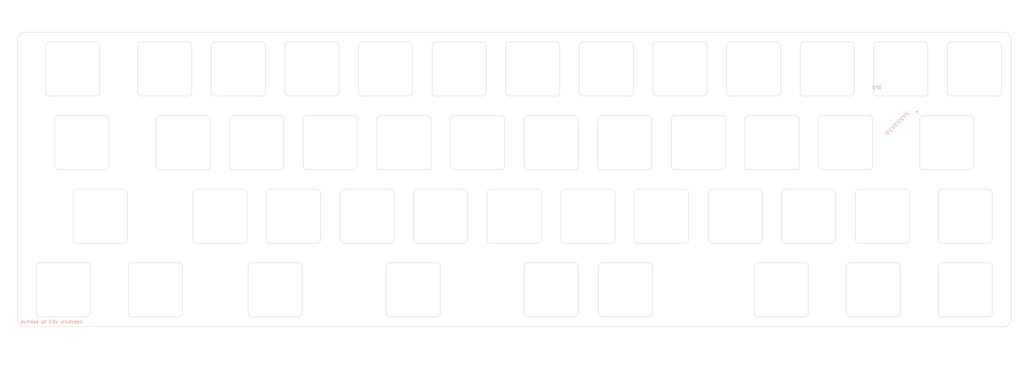
<source format=kicad_pcb>
(kicad_pcb (version 20221018) (generator pcbnew)
  (title_block (title "capybully") (date "2023-07-18"))
  (layers (0 "F.Cu" signal) (31 "B.Cu" signal) (34 "B.Paste" user) (35 "F.Paste" user) (36 "B.SilkS" user "B.Silkscreen") (37 "F.SilkS" user "F.Silkscreen") (38 "B.Mask" user) (39 "F.Mask" user) (44 "Edge.Cuts" user))
  (net 0 "")
  (footprint "capacitive_sensors:ecs_plate_cut_1U_14x14mm" (layer "F.Cu") (at 100.32625 82.1725)
    (fp_text reference "SW18")
    (fp_text value "EC_SW" hide)
    (fp_line (start -7 6) (end -7 -6) (stroke (width 0.1)) (layer "Edge.Cuts"))
    (fp_line (start -6 -7) (end 6 -7) (stroke (width 0.1)) (layer "Edge.Cuts"))
    (fp_line (start 6 7) (end -6 7) (stroke (width 0.1)) (layer "Edge.Cuts"))
    (fp_line (start 7 -6) (end 7 6) (stroke (width 0.1)) (layer "Edge.Cuts"))
    (fp_arc (start -7 -6) (mid -6.707107 -6.707107) (end -6 -7) (stroke (width 0.1)) (layer "Edge.Cuts"))
    (fp_arc (start -6 7) (mid -6.707107 6.707107) (end -7 6) (stroke (width 0.1)) (layer "Edge.Cuts"))
    (fp_arc (start 6 -7) (mid 6.707107 -6.707107) (end 7 -6) (stroke (width 0.1)) (layer "Edge.Cuts"))
    (fp_arc (start 7 6) (mid 6.707107 6.707107) (end 6 7) (stroke (width 0.1)) (layer "Edge.Cuts"))
  )
  (footprint "capacitive_sensors:ecs_plate_cut_1U_14x14mm" (layer "F.Cu") (at 138.42625 82.1725)
    (fp_text reference "SW20")
    (fp_text value "EC_SW" hide)
    (fp_line (start -7 6) (end -7 -6) (stroke (width 0.1)) (layer "Edge.Cuts"))
    (fp_line (start -6 -7) (end 6 -7) (stroke (width 0.1)) (layer "Edge.Cuts"))
    (fp_line (start 6 7) (end -6 7) (stroke (width 0.1)) (layer "Edge.Cuts"))
    (fp_line (start 7 -6) (end 7 6) (stroke (width 0.1)) (layer "Edge.Cuts"))
    (fp_arc (start -7 -6) (mid -6.707107 -6.707107) (end -6 -7) (stroke (width 0.1)) (layer "Edge.Cuts"))
    (fp_arc (start -6 7) (mid -6.707107 6.707107) (end -7 6) (stroke (width 0.1)) (layer "Edge.Cuts"))
    (fp_arc (start 6 -7) (mid 6.707107 -6.707107) (end 7 -6) (stroke (width 0.1)) (layer "Edge.Cuts"))
    (fp_arc (start 7 6) (mid 6.707107 6.707107) (end 6 7) (stroke (width 0.1)) (layer "Edge.Cuts"))
  )
  (footprint "MountingHole:MountingHole_2.2mm_M2_DIN965" (layer "F.Cu") (at 224.15125 82.1725)
    (fp_text reference "H21" hide)
    (fp_text value "MountingHole")
    (pad "" np_thru_hole circle (at 0 0) (size 2.2 2.2) (drill 2.2) (layers "*.Cu" "*.Mask"))
  )
  (footprint "capacitive_sensors:ecs_plate_cut_1U_14x14mm" (layer "F.Cu") (at 81.27625 82.1725)
    (fp_text reference "SW17")
    (fp_text value "EC_SW" hide)
    (fp_line (start -7 6) (end -7 -6) (stroke (width 0.1)) (layer "Edge.Cuts"))
    (fp_line (start -6 -7) (end 6 -7) (stroke (width 0.1)) (layer "Edge.Cuts"))
    (fp_line (start 6 7) (end -6 7) (stroke (width 0.1)) (layer "Edge.Cuts"))
    (fp_line (start 7 -6) (end 7 6) (stroke (width 0.1)) (layer "Edge.Cuts"))
    (fp_arc (start -7 -6) (mid -6.707107 -6.707107) (end -6 -7) (stroke (width 0.1)) (layer "Edge.Cuts"))
    (fp_arc (start -6 7) (mid -6.707107 6.707107) (end -7 6) (stroke (width 0.1)) (layer "Edge.Cuts"))
    (fp_arc (start 6 -7) (mid 6.707107 -6.707107) (end 7 -6) (stroke (width 0.1)) (layer "Edge.Cuts"))
    (fp_arc (start 7 6) (mid 6.707107 6.707107) (end 6 7) (stroke (width 0.1)) (layer "Edge.Cuts"))
  )
  (footprint "capacitive_sensors:ecs_plate_cut_1U_14x14mm" (layer "F.Cu") (at 247.96375 63.1225 180)
    (fp_text reference "SW12")
    (fp_text value "EC_SW" hide)
    (fp_line (start -7 6) (end -7 -6) (stroke (width 0.1)) (layer "Edge.Cuts"))
    (fp_line (start -6 -7) (end 6 -7) (stroke (width 0.1)) (layer "Edge.Cuts"))
    (fp_line (start 6 7) (end -6 7) (stroke (width 0.1)) (layer "Edge.Cuts"))
    (fp_line (start 7 -6) (end 7 6) (stroke (width 0.1)) (layer "Edge.Cuts"))
    (fp_arc (start -7 -6) (mid -6.707107 -6.707107) (end -6 -7) (stroke (width 0.1)) (layer "Edge.Cuts"))
    (fp_arc (start -6 7) (mid -6.707107 6.707107) (end -7 6) (stroke (width 0.1)) (layer "Edge.Cuts"))
    (fp_arc (start 6 -7) (mid 6.707107 -6.707107) (end 7 -6) (stroke (width 0.1)) (layer "Edge.Cuts"))
    (fp_arc (start 7 6) (mid 6.707107 6.707107) (end 6 7) (stroke (width 0.1)) (layer "Edge.Cuts"))
  )
  (footprint "capacitive_sensors:ecs_plate_cut_1U_14x14mm" (layer "F.Cu") (at 95.56375 63.1225)
    (fp_text reference "SW4")
    (fp_text value "EC_SW" hide)
    (fp_line (start -7 6) (end -7 -6) (stroke (width 0.1)) (layer "Edge.Cuts"))
    (fp_line (start -6 -7) (end 6 -7) (stroke (width 0.1)) (layer "Edge.Cuts"))
    (fp_line (start 6 7) (end -6 7) (stroke (width 0.1)) (layer "Edge.Cuts"))
    (fp_line (start 7 -6) (end 7 6) (stroke (width 0.1)) (layer "Edge.Cuts"))
    (fp_arc (start -7 -6) (mid -6.707107 -6.707107) (end -6 -7) (stroke (width 0.1)) (layer "Edge.Cuts"))
    (fp_arc (start -6 7) (mid -6.707107 6.707107) (end -7 6) (stroke (width 0.1)) (layer "Edge.Cuts"))
    (fp_arc (start 6 -7) (mid 6.707107 -6.707107) (end 7 -6) (stroke (width 0.1)) (layer "Edge.Cuts"))
    (fp_arc (start 7 6) (mid 6.707107 6.707107) (end 6 7) (stroke (width 0.1)) (layer "Edge.Cuts"))
  )
  (footprint "MountingHole:MountingHole_2.2mm_M2_DIN965" (layer "F.Cu") (at 44.366875 120.2725)
    (fp_text reference "H14" hide)
    (fp_text value "MountingHole")
    (pad "" np_thru_hole circle (at 0 0) (size 2.2 2.2) (drill 2.2) (layers "*.Cu" "*.Mask"))
  )
  (footprint "capacitive_sensors:ecs_plate_cut_1U_14x14mm" (layer "F.Cu") (at 109.85125 101.2225)
    (fp_text reference "SW30")
    (fp_text value "EC_SW" hide)
    (fp_line (start -7 6) (end -7 -6) (stroke (width 0.1)) (layer "Edge.Cuts"))
    (fp_line (start -6 -7) (end 6 -7) (stroke (width 0.1)) (layer "Edge.Cuts"))
    (fp_line (start 6 7) (end -6 7) (stroke (width 0.1)) (layer "Edge.Cuts"))
    (fp_line (start 7 -6) (end 7 6) (stroke (width 0.1)) (layer "Edge.Cuts"))
    (fp_arc (start -7 -6) (mid -6.707107 -6.707107) (end -6 -7) (stroke (width 0.1)) (layer "Edge.Cuts"))
    (fp_arc (start -6 7) (mid -6.707107 6.707107) (end -7 6) (stroke (width 0.1)) (layer "Edge.Cuts"))
    (fp_arc (start 6 -7) (mid 6.707107 -6.707107) (end 7 -6) (stroke (width 0.1)) (layer "Edge.Cuts"))
    (fp_arc (start 7 6) (mid 6.707107 6.707107) (end 6 7) (stroke (width 0.1)) (layer "Edge.Cuts"))
  )
  (footprint "MountingHole:MountingHole_2.2mm_M2_DIN965" (layer "F.Cu") (at 21.67 101.2225 90)
    (fp_text reference "H13" hide)
    (fp_text value "MountingHole")
    (pad "" np_thru_hole circle (at 0 0 90) (size 2.2 2.2) (drill 2.2) (layers "*.Cu" "*.Mask"))
  )
  (footprint "MountingHole:MountingHole_2.2mm_M2_DIN965" (layer "F.Cu") (at 48.745 82.1725)
    (fp_text reference "H12" hide)
    (fp_text value "MountingHole")
    (pad "" np_thru_hole circle (at 0 0) (size 2.2 2.2) (drill 2.2) (layers "*.Cu" "*.Mask"))
  )
  (footprint "capacitive_sensors:ecs_plate_cut_1U_14x14mm" (layer "F.Cu") (at 119.37625 82.1725)
    (fp_text reference "SW19")
    (fp_text value "EC_SW" hide)
    (fp_line (start -7 6) (end -7 -6) (stroke (width 0.1)) (layer "Edge.Cuts"))
    (fp_line (start -6 -7) (end 6 -7) (stroke (width 0.1)) (layer "Edge.Cuts"))
    (fp_line (start 6 7) (end -6 7) (stroke (width 0.1)) (layer "Edge.Cuts"))
    (fp_line (start 7 -6) (end 7 6) (stroke (width 0.1)) (layer "Edge.Cuts"))
    (fp_arc (start -7 -6) (mid -6.707107 -6.707107) (end -6 -7) (stroke (width 0.1)) (layer "Edge.Cuts"))
    (fp_arc (start -6 7) (mid -6.707107 6.707107) (end -7 6) (stroke (width 0.1)) (layer "Edge.Cuts"))
    (fp_arc (start 6 -7) (mid 6.707107 -6.707107) (end 7 -6) (stroke (width 0.1)) (layer "Edge.Cuts"))
    (fp_arc (start 7 6) (mid 6.707107 6.707107) (end 6 7) (stroke (width 0.1)) (layer "Edge.Cuts"))
  )
  (footprint "capacitive_sensors:ecs_plate_cut_1U_14x14mm" (layer "F.Cu") (at 55.0825 120.2725 180)
    (fp_text reference "SW40")
    (fp_text value "EC_SW" hide)
    (fp_line (start -7 6) (end -7 -6) (stroke (width 0.1)) (layer "Edge.Cuts"))
    (fp_line (start -6 -7) (end 6 -7) (stroke (width 0.1)) (layer "Edge.Cuts"))
    (fp_line (start 6 7) (end -6 7) (stroke (width 0.1)) (layer "Edge.Cuts"))
    (fp_line (start 7 -6) (end 7 6) (stroke (width 0.1)) (layer "Edge.Cuts"))
    (fp_arc (start -7 -6) (mid -6.707107 -6.707107) (end -6 -7) (stroke (width 0.1)) (layer "Edge.Cuts"))
    (fp_arc (start -6 7) (mid -6.707107 6.707107) (end -7 6) (stroke (width 0.1)) (layer "Edge.Cuts"))
    (fp_arc (start 6 -7) (mid 6.707107 -6.707107) (end 7 -6) (stroke (width 0.1)) (layer "Edge.Cuts"))
    (fp_arc (start 7 6) (mid 6.707107 6.707107) (end 6 7) (stroke (width 0.1)) (layer "Edge.Cuts"))
  )
  (footprint "capacitive_sensors:ecs_plate_cut_1U_14x14mm" (layer "F.Cu") (at 62.22625 82.1725)
    (fp_text reference "SW16")
    (fp_text value "EC_SW" hide)
    (fp_line (start -7 6) (end -7 -6) (stroke (width 0.1)) (layer "Edge.Cuts"))
    (fp_line (start -6 -7) (end 6 -7) (stroke (width 0.1)) (layer "Edge.Cuts"))
    (fp_line (start 6 7) (end -6 7) (stroke (width 0.1)) (layer "Edge.Cuts"))
    (fp_line (start 7 -6) (end 7 6) (stroke (width 0.1)) (layer "Edge.Cuts"))
    (fp_arc (start -7 -6) (mid -6.707107 -6.707107) (end -6 -7) (stroke (width 0.1)) (layer "Edge.Cuts"))
    (fp_arc (start -6 7) (mid -6.707107 6.707107) (end -7 6) (stroke (width 0.1)) (layer "Edge.Cuts"))
    (fp_arc (start 6 -7) (mid 6.707107 -6.707107) (end 7 -6) (stroke (width 0.1)) (layer "Edge.Cuts"))
    (fp_arc (start 7 6) (mid 6.707107 6.707107) (end 6 7) (stroke (width 0.1)) (layer "Edge.Cuts"))
  )
  (footprint "MountingHole:MountingHole_2.2mm_M2_DIN965" (layer "F.Cu") (at 90.80125 82.1725 90)
    (fp_text reference "H17" hide)
    (fp_text value "MountingHole")
    (pad "" np_thru_hole circle (at 0 0 90) (size 2.2 2.2) (drill 2.2) (layers "*.Cu" "*.Mask"))
  )
  (footprint "MountingHole:MountingHole_2.2mm_M2_DIN965" (layer "F.Cu") (at 233.67625 101.2225 90)
    (fp_text reference "H18" hide)
    (fp_text value "MountingHole")
    (pad "" np_thru_hole circle (at 0 0 90) (size 2.2 2.2) (drill 2.2) (layers "*.Cu" "*.Mask"))
  )
  (footprint "MountingHole:MountingHole_2.2mm_M2_DIN965" (layer "F.Cu") (at 45.5575 63.1225)
    (fp_text reference "H16" hide)
    (fp_text value "MountingHole")
    (pad "" np_thru_hole circle (at 0 0) (size 2.2 2.2) (drill 2.2) (layers "*.Cu" "*.Mask"))
  )
  (footprint "capacitive_sensors:ecs_plate_cut_1U_14x14mm" (layer "F.Cu") (at 157.47632 120.272149)
    (fp_text reference "SW43")
    (fp_text value "EC_SW" hide)
    (fp_line (start -7 6) (end -7 -6) (stroke (width 0.1)) (layer "Edge.Cuts"))
    (fp_line (start -6 -7) (end 6 -7) (stroke (width 0.1)) (layer "Edge.Cuts"))
    (fp_line (start 6 7) (end -6 7) (stroke (width 0.1)) (layer "Edge.Cuts"))
    (fp_line (start 7 -6) (end 7 6) (stroke (width 0.1)) (layer "Edge.Cuts"))
    (fp_arc (start -7 -6) (mid -6.707107 -6.707107) (end -6 -7) (stroke (width 0.1)) (layer "Edge.Cuts"))
    (fp_arc (start -6 7) (mid -6.707107 6.707107) (end -7 6) (stroke (width 0.1)) (layer "Edge.Cuts"))
    (fp_arc (start 6 -7) (mid 6.707107 -6.707107) (end 7 -6) (stroke (width 0.1)) (layer "Edge.Cuts"))
    (fp_arc (start 7 6) (mid 6.707107 6.707107) (end 6 7) (stroke (width 0.1)) (layer "Edge.Cuts"))
  )
  (footprint "capacitive_sensors:ecs_plate_cut_1U_14x14mm" (layer "F.Cu") (at 205.10125 101.2225)
    (fp_text reference "SW35")
    (fp_text value "EC_SW" hide)
    (fp_line (start -7 6) (end -7 -6) (stroke (width 0.1)) (layer "Edge.Cuts"))
    (fp_line (start -6 -7) (end 6 -7) (stroke (width 0.1)) (layer "Edge.Cuts"))
    (fp_line (start 6 7) (end -6 7) (stroke (width 0.1)) (layer "Edge.Cuts"))
    (fp_line (start 7 -6) (end 7 6) (stroke (width 0.1)) (layer "Edge.Cuts"))
    (fp_arc (start -7 -6) (mid -6.707107 -6.707107) (end -6 -7) (stroke (width 0.1)) (layer "Edge.Cuts"))
    (fp_arc (start -6 7) (mid -6.707107 6.707107) (end -7 6) (stroke (width 0.1)) (layer "Edge.Cuts"))
    (fp_arc (start 6 -7) (mid 6.707107 -6.707107) (end 7 -6) (stroke (width 0.1)) (layer "Edge.Cuts"))
    (fp_arc (start 7 6) (mid 6.707107 6.707107) (end 6 7) (stroke (width 0.1)) (layer "Edge.Cuts"))
  )
  (footprint "capacitive_sensors:ecs_plate_cut_1U_14x14mm" (layer "F.Cu") (at 90.80125 101.2225)
    (fp_text reference "SW29")
    (fp_text value "EC_SW" hide)
    (fp_line (start -7 6) (end -7 -6) (stroke (width 0.1)) (layer "Edge.Cuts"))
    (fp_line (start -6 -7) (end 6 -7) (stroke (width 0.1)) (layer "Edge.Cuts"))
    (fp_line (start 6 7) (end -6 7) (stroke (width 0.1)) (layer "Edge.Cuts"))
    (fp_line (start 7 -6) (end 7 6) (stroke (width 0.1)) (layer "Edge.Cuts"))
    (fp_arc (start -7 -6) (mid -6.707107 -6.707107) (end -6 -7) (stroke (width 0.1)) (layer "Edge.Cuts"))
    (fp_arc (start -6 7) (mid -6.707107 6.707107) (end -7 6) (stroke (width 0.1)) (layer "Edge.Cuts"))
    (fp_arc (start 6 -7) (mid 6.707107 -6.707107) (end 7 -6) (stroke (width 0.1)) (layer "Edge.Cuts"))
    (fp_arc (start 7 6) (mid 6.707107 6.707107) (end 6 7) (stroke (width 0.1)) (layer "Edge.Cuts"))
  )
  (footprint "capacitive_sensors:ecs_plate_cut_1U_14x14mm" (layer "F.Cu") (at 31.27 120.2725)
    (fp_text reference "SW39")
    (fp_text value "EC_SW" hide)
    (fp_line (start -7 6) (end -7 -6) (stroke (width 0.1)) (layer "Edge.Cuts"))
    (fp_line (start -6 -7) (end 6 -7) (stroke (width 0.1)) (layer "Edge.Cuts"))
    (fp_line (start 6 7) (end -6 7) (stroke (width 0.1)) (layer "Edge.Cuts"))
    (fp_line (start 7 -6) (end 7 6) (stroke (width 0.1)) (layer "Edge.Cuts"))
    (fp_arc (start -7 -6) (mid -6.707107 -6.707107) (end -6 -7) (stroke (width 0.1)) (layer "Edge.Cuts"))
    (fp_arc (start -6 7) (mid -6.707107 6.707107) (end -7 6) (stroke (width 0.1)) (layer "Edge.Cuts"))
    (fp_arc (start 6 -7) (mid 6.707107 -6.707107) (end 7 -6) (stroke (width 0.1)) (layer "Edge.Cuts"))
    (fp_arc (start 7 6) (mid 6.707107 6.707107) (end 6 7) (stroke (width 0.1)) (layer "Edge.Cuts"))
  )
  (footprint "MountingHole:MountingHole_2.2mm_M2_DIN965" (layer "F.Cu") (at 145.758625 120.272149)
    (fp_text reference "H19" hide)
    (fp_text value "MountingHole")
    (pad "" np_thru_hole circle (at 0 0) (size 2.2 2.2) (drill 2.2) (layers "*.Cu" "*.Mask"))
  )
  (footprint "capacitive_sensors:ecs_plate_cut_1U_14x14mm" (layer "F.Cu") (at 121.7575 120.2725 180)
    (fp_text reference "SW42")
    (fp_text value "EC_SW" hide)
    (fp_line (start -7 6) (end -7 -6) (stroke (width 0.1)) (layer "Edge.Cuts"))
    (fp_line (start -6 -7) (end 6 -7) (stroke (width 0.1)) (layer "Edge.Cuts"))
    (fp_line (start 6 7) (end -6 7) (stroke (width 0.1)) (layer "Edge.Cuts"))
    (fp_line (start 7 -6) (end 7 6) (stroke (width 0.1)) (layer "Edge.Cuts"))
    (fp_arc (start -7 -6) (mid -6.707107 -6.707107) (end -6 -7) (stroke (width 0.1)) (layer "Edge.Cuts"))
    (fp_arc (start -6 7) (mid -6.707107 6.707107) (end -7 6) (stroke (width 0.1)) (layer "Edge.Cuts"))
    (fp_arc (start 6 -7) (mid 6.707107 -6.707107) (end 7 -6) (stroke (width 0.1)) (layer "Edge.Cuts"))
    (fp_arc (start 7 6) (mid 6.707107 6.707107) (end 6 7) (stroke (width 0.1)) (layer "Edge.Cuts"))
  )
  (footprint "capacitive_sensors:ecs_plate_cut_1U_14x14mm" (layer "F.Cu") (at 128.90125 101.2225)
    (fp_text reference "SW31")
    (fp_text value "EC_SW" hide)
    (fp_line (start -7 6) (end -7 -6) (stroke (width 0.1)) (layer "Edge.Cuts"))
    (fp_line (start -6 -7) (end 6 -7) (stroke (width 0.1)) (layer "Edge.Cuts"))
    (fp_line (start 6 7) (end -6 7) (stroke (width 0.1)) (layer "Edge.Cuts"))
    (fp_line (start 7 -6) (end 7 6) (stroke (width 0.1)) (layer "Edge.Cuts"))
    (fp_arc (start -7 -6) (mid -6.707107 -6.707107) (end -6 -7) (stroke (width 0.1)) (layer "Edge.Cuts"))
    (fp_arc (start -6 7) (mid -6.707107 6.707107) (end -7 6) (stroke (width 0.1)) (layer "Edge.Cuts"))
    (fp_arc (start 6 -7) (mid 6.707107 -6.707107) (end 7 -6) (stroke (width 0.1)) (layer "Edge.Cuts"))
    (fp_arc (start 7 6) (mid 6.707107 6.707107) (end 6 7) (stroke (width 0.1)) (layer "Edge.Cuts"))
  )
  (footprint "capacitive_sensors:ecs_plate_cut_1U_14x14mm" (layer "F.Cu") (at 114.61375 63.1225)
    (fp_text reference "SW5")
    (fp_text value "EC_SW" hide)
    (fp_line (start -7 6) (end -7 -6) (stroke (width 0.1)) (layer "Edge.Cuts"))
    (fp_line (start -6 -7) (end 6 -7) (stroke (width 0.1)) (layer "Edge.Cuts"))
    (fp_line (start 6 7) (end -6 7) (stroke (width 0.1)) (layer "Edge.Cuts"))
    (fp_line (start 7 -6) (end 7 6) (stroke (width 0.1)) (layer "Edge.Cuts"))
    (fp_arc (start -7 -6) (mid -6.707107 -6.707107) (end -6 -7) (stroke (width 0.1)) (layer "Edge.Cuts"))
    (fp_arc (start -6 7) (mid -6.707107 6.707107) (end -7 6) (stroke (width 0.1)) (layer "Edge.Cuts"))
    (fp_arc (start 6 -7) (mid 6.707107 -6.707107) (end 7 -6) (stroke (width 0.1)) (layer "Edge.Cuts"))
    (fp_arc (start 7 6) (mid 6.707107 6.707107) (end 6 7) (stroke (width 0.1)) (layer "Edge.Cuts"))
  )
  (footprint "capacitive_sensors:ecs_plate_cut_1U_14x14mm" (layer "F.Cu") (at 209.86375 63.1225)
    (fp_text reference "SW10")
    (fp_text value "EC_SW" hide)
    (fp_line (start -7 6) (end -7 -6) (stroke (width 0.1)) (layer "Edge.Cuts"))
    (fp_line (start -6 -7) (end 6 -7) (stroke (width 0.1)) (layer "Edge.Cuts"))
    (fp_line (start 6 7) (end -6 7) (stroke (width 0.1)) (layer "Edge.Cuts"))
    (fp_line (start 7 -6) (end 7 6) (stroke (width 0.1)) (layer "Edge.Cuts"))
    (fp_arc (start -7 -6) (mid -6.707107 -6.707107) (end -6 -7) (stroke (width 0.1)) (layer "Edge.Cuts"))
    (fp_arc (start -6 7) (mid -6.707107 6.707107) (end -7 6) (stroke (width 0.1)) (layer "Edge.Cuts"))
    (fp_arc (start 6 -7) (mid 6.707107 -6.707107) (end 7 -6) (stroke (width 0.1)) (layer "Edge.Cuts"))
    (fp_arc (start 7 6) (mid 6.707107 6.707107) (end 6 7) (stroke (width 0.1)) (layer "Edge.Cuts"))
  )
  (footprint "capacitive_sensors:ecs_plate_cut_1U_14x14mm" (layer "F.Cu") (at 76.51375 63.1225)
    (fp_text reference "SW3")
    (fp_text value "EC_SW" hide)
    (fp_line (start -7 6) (end -7 -6) (stroke (width 0.1)) (layer "Edge.Cuts"))
    (fp_line (start -6 -7) (end 6 -7) (stroke (width 0.1)) (layer "Edge.Cuts"))
    (fp_line (start 6 7) (end -6 7) (stroke (width 0.1)) (layer "Edge.Cuts"))
    (fp_line (start 7 -6) (end 7 6) (stroke (width 0.1)) (layer "Edge.Cuts"))
    (fp_arc (start -7 -6) (mid -6.707107 -6.707107) (end -6 -7) (stroke (width 0.1)) (layer "Edge.Cuts"))
    (fp_arc (start -6 7) (mid -6.707107 6.707107) (end -7 6) (stroke (width 0.1)) (layer "Edge.Cuts"))
    (fp_arc (start 6 -7) (mid 6.707107 -6.707107) (end 7 -6) (stroke (width 0.1)) (layer "Edge.Cuts"))
    (fp_arc (start 7 6) (mid 6.707107 6.707107) (end 6 7) (stroke (width 0.1)) (layer "Edge.Cuts"))
  )
  (footprint "capacitive_sensors:ecs_plate_cut_1U_14x14mm" (layer "F.Cu") (at 152.71375 63.1225)
    (fp_text reference "SW7")
    (fp_text value "EC_SW" hide)
    (fp_line (start -7 6) (end -7 -6) (stroke (width 0.1)) (layer "Edge.Cuts"))
    (fp_line (start -6 -7) (end 6 -7) (stroke (width 0.1)) (layer "Edge.Cuts"))
    (fp_line (start 6 7) (end -6 7) (stroke (width 0.1)) (layer "Edge.Cuts"))
    (fp_line (start 7 -6) (end 7 6) (stroke (width 0.1)) (layer "Edge.Cuts"))
    (fp_arc (start -7 -6) (mid -6.707107 -6.707107) (end -6 -7) (stroke (width 0.1)) (layer "Edge.Cuts"))
    (fp_arc (start -6 7) (mid -6.707107 6.707107) (end -7 6) (stroke (width 0.1)) (layer "Edge.Cuts"))
    (fp_arc (start 6 -7) (mid 6.707107 -6.707107) (end 7 -6) (stroke (width 0.1)) (layer "Edge.Cuts"))
    (fp_arc (start 7 6) (mid 6.707107 6.707107) (end 6 7) (stroke (width 0.1)) (layer "Edge.Cuts"))
  )
  (footprint "MountingHole:MountingHole_2.2mm_M2_DIN965" (layer "F.Cu") (at 86.03875 63.1225)
    (fp_text reference "H4" hide)
    (fp_text value "MountingHole")
    (pad "" np_thru_hole circle (at 0 0) (size 2.2 2.2) (drill 2.2) (layers "*.Cu" "*.Mask"))
  )
  (footprint "capacitive_sensors:ecs_plate_cut_1U_14x14mm" (layer "F.Cu") (at 195.57625 82.1725)
    (fp_text reference "SW23")
    (fp_text value "EC_SW" hide)
    (fp_line (start -7 6) (end -7 -6) (stroke (width 0.1)) (layer "Edge.Cuts"))
    (fp_line (start -6 -7) (end 6 -7) (stroke (width 0.1)) (layer "Edge.Cuts"))
    (fp_line (start 6 7) (end -6 7) (stroke (width 0.1)) (layer "Edge.Cuts"))
    (fp_line (start 7 -6) (end 7 6) (stroke (width 0.1)) (layer "Edge.Cuts"))
    (fp_arc (start -7 -6) (mid -6.707107 -6.707107) (end -6 -7) (stroke (width 0.1)) (layer "Edge.Cuts"))
    (fp_arc (start -6 7) (mid -6.707107 6.707107) (end -7 6) (stroke (width 0.1)) (layer "Edge.Cuts"))
    (fp_arc (start 6 -7) (mid 6.707107 -6.707107) (end 7 -6) (stroke (width 0.1)) (layer "Edge.Cuts"))
    (fp_arc (start 7 6) (mid 6.707107 6.707107) (end 6 7) (stroke (width 0.1)) (layer "Edge.Cuts"))
  )
  (footprint "MountingHole:MountingHole_2.2mm_M2_DIN965" (layer "F.Cu") (at 238.43875 63.1225)
    (fp_text reference "H15" hide)
    (fp_text value "MountingHole")
    (pad "" np_thru_hole circle (at 0 0) (size 2.2 2.2) (drill 2.2) (layers "*.Cu" "*.Mask"))
  )
  (footprint "capacitive_sensors:ecs_plate_cut_1U_14x14mm" (layer "F.Cu") (at 243.20125 101.2225)
    (fp_text reference "SW37")
    (fp_text value "EC_SW" hide)
    (fp_line (start -7 6) (end -7 -6) (stroke (width 0.1)) (layer "Edge.Cuts"))
    (fp_line (start -6 -7) (end 6 -7) (stroke (width 0.1)) (layer "Edge.Cuts"))
    (fp_line (start 6 7) (end -6 7) (stroke (width 0.1)) (layer "Edge.Cuts"))
    (fp_line (start 7 -6) (end 7 6) (stroke (width 0.1)) (layer "Edge.Cuts"))
    (fp_arc (start -7 -6) (mid -6.707107 -6.707107) (end -6 -7) (stroke (width 0.1)) (layer "Edge.Cuts"))
    (fp_arc (start -6 7) (mid -6.707107 6.707107) (end -7 6) (stroke (width 0.1)) (layer "Edge.Cuts"))
    (fp_arc (start 6 -7) (mid 6.707107 -6.707107) (end 7 -6) (stroke (width 0.1)) (layer "Edge.Cuts"))
    (fp_arc (start 7 6) (mid 6.707107 6.707107) (end 6 7) (stroke (width 0.1)) (layer "Edge.Cuts"))
  )
  (footprint "capacitive_sensors:ecs_plate_cut_1U_14x14mm" (layer "F.Cu") (at 228.91375 63.1225)
    (fp_text reference "SW11")
    (fp_text value "EC_SW" hide)
    (fp_line (start -7 6) (end -7 -6) (stroke (width 0.1)) (layer "Edge.Cuts"))
    (fp_line (start -6 -7) (end 6 -7) (stroke (width 0.1)) (layer "Edge.Cuts"))
    (fp_line (start 6 7) (end -6 7) (stroke (width 0.1)) (layer "Edge.Cuts"))
    (fp_line (start 7 -6) (end 7 6) (stroke (width 0.1)) (layer "Edge.Cuts"))
    (fp_arc (start -7 -6) (mid -6.707107 -6.707107) (end -6 -7) (stroke (width 0.1)) (layer "Edge.Cuts"))
    (fp_arc (start -6 7) (mid -6.707107 6.707107) (end -7 6) (stroke (width 0.1)) (layer "Edge.Cuts"))
    (fp_arc (start 6 -7) (mid 6.707107 -6.707107) (end 7 -6) (stroke (width 0.1)) (layer "Edge.Cuts"))
    (fp_arc (start 7 6) (mid 6.707107 6.707107) (end 6 7) (stroke (width 0.1)) (layer "Edge.Cuts"))
  )
  (footprint "capacitive_sensors:ecs_plate_cut_1U_14x14mm" (layer "F.Cu") (at 264.6325 101.2225)
    (fp_text reference "SW38")
    (fp_text value "EC_SW" hide)
    (fp_line (start -7 6) (end -7 -6) (stroke (width 0.1)) (layer "Edge.Cuts"))
    (fp_line (start -6 -7) (end 6 -7) (stroke (width 0.1)) (layer "Edge.Cuts"))
    (fp_line (start 6 7) (end -6 7) (stroke (width 0.1)) (layer "Edge.Cuts"))
    (fp_line (start 7 -6) (end 7 6) (stroke (width 0.1)) (layer "Edge.Cuts"))
    (fp_arc (start -7 -6) (mid -6.707107 -6.707107) (end -6 -7) (stroke (width 0.1)) (layer "Edge.Cuts"))
    (fp_arc (start -6 7) (mid -6.707107 6.707107) (end -7 6) (stroke (width 0.1)) (layer "Edge.Cuts"))
    (fp_arc (start 6 -7) (mid 6.707107 -6.707107) (end 7 -6) (stroke (width 0.1)) (layer "Edge.Cuts"))
    (fp_arc (start 7 6) (mid 6.707107 6.707107) (end 6 7) (stroke (width 0.1)) (layer "Edge.Cuts"))
  )
  (footprint "capacitive_sensors:ecs_plate_cut_1U_14x14mm" (layer "F.Cu") (at 240.816221 120.270578)
    (fp_text reference "SW46")
    (fp_text value "EC_SW" hide)
    (fp_line (start -7 6) (end -7 -6) (stroke (width 0.1)) (layer "Edge.Cuts"))
    (fp_line (start -6 -7) (end 6 -7) (stroke (width 0.1)) (layer "Edge.Cuts"))
    (fp_line (start 6 7) (end -6 7) (stroke (width 0.1)) (layer "Edge.Cuts"))
    (fp_line (start 7 -6) (end 7 6) (stroke (width 0.1)) (layer "Edge.Cuts"))
    (fp_arc (start -7 -6) (mid -6.707107 -6.707107) (end -6 -7) (stroke (width 0.1)) (layer "Edge.Cuts"))
    (fp_arc (start -6 7) (mid -6.707107 6.707107) (end -7 6) (stroke (width 0.1)) (layer "Edge.Cuts"))
    (fp_arc (start 6 -7) (mid 6.707107 -6.707107) (end 7 -6) (stroke (width 0.1)) (layer "Edge.Cuts"))
    (fp_arc (start 7 6) (mid 6.707107 6.707107) (end 6 7) (stroke (width 0.1)) (layer "Edge.Cuts"))
  )
  (footprint "capacitive_sensors:ecs_plate_cut_1U_14x14mm" (layer "F.Cu") (at 147.95125 101.2225)
    (fp_text reference "SW32")
    (fp_text value "EC_SW" hide)
    (fp_line (start -7 6) (end -7 -6) (stroke (width 0.1)) (layer "Edge.Cuts"))
    (fp_line (start -6 -7) (end 6 -7) (stroke (width 0.1)) (layer "Edge.Cuts"))
    (fp_line (start 6 7) (end -6 7) (stroke (width 0.1)) (layer "Edge.Cuts"))
    (fp_line (start 7 -6) (end 7 6) (stroke (width 0.1)) (layer "Edge.Cuts"))
    (fp_arc (start -7 -6) (mid -6.707107 -6.707107) (end -6 -7) (stroke (width 0.1)) (layer "Edge.Cuts"))
    (fp_arc (start -6 7) (mid -6.707107 6.707107) (end -7 6) (stroke (width 0.1)) (layer "Edge.Cuts"))
    (fp_arc (start 6 -7) (mid 6.707107 -6.707107) (end 7 -6) (stroke (width 0.1)) (layer "Edge.Cuts"))
    (fp_arc (start 7 6) (mid 6.707107 6.707107) (end 6 7) (stroke (width 0.1)) (layer "Edge.Cuts"))
  )
  (footprint "capacitive_sensors:ecs_plate_cut_1U_14x14mm" (layer "F.Cu") (at 36.0325 82.1725)
    (fp_text reference "SW15")
    (fp_text value "EC_SW" hide)
    (fp_line (start -7 6) (end -7 -6) (stroke (width 0.1)) (layer "Edge.Cuts"))
    (fp_line (start -6 -7) (end 6 -7) (stroke (width 0.1)) (layer "Edge.Cuts"))
    (fp_line (start 6 7) (end -6 7) (stroke (width 0.1)) (layer "Edge.Cuts"))
    (fp_line (start 7 -6) (end 7 6) (stroke (width 0.1)) (layer "Edge.Cuts"))
    (fp_arc (start -7 -6) (mid -6.707107 -6.707107) (end -6 -7) (stroke (width 0.1)) (layer "Edge.Cuts"))
    (fp_arc (start -6 7) (mid -6.707107 6.707107) (end -7 6) (stroke (width 0.1)) (layer "Edge.Cuts"))
    (fp_arc (start 6 -7) (mid 6.707107 -6.707107) (end 7 -6) (stroke (width 0.1)) (layer "Edge.Cuts"))
    (fp_arc (start 7 6) (mid 6.707107 6.707107) (end 6 7) (stroke (width 0.1)) (layer "Edge.Cuts"))
  )
  (footprint "MountingHole:MountingHole_2.2mm_M2_DIN965" (layer "F.Cu") (at 162.23875 63.1225)
    (fp_text reference "H6" hide)
    (fp_text value "MountingHole")
    (pad "" np_thru_hole circle (at 0 0) (size 2.2 2.2) (drill 2.2) (layers "*.Cu" "*.Mask"))
  )
  (footprint "capacitive_sensors:ecs_plate_cut_1U_14x14mm" (layer "F.Cu") (at 133.66375 63.1225)
    (fp_text reference "SW6")
    (fp_text value "EC_SW" hide)
    (fp_line (start -7 6) (end -7 -6) (stroke (width 0.1)) (layer "Edge.Cuts"))
    (fp_line (start -6 -7) (end 6 -7) (stroke (width 0.1)) (layer "Edge.Cuts"))
    (fp_line (start 6 7) (end -6 7) (stroke (width 0.1)) (layer "Edge.Cuts"))
    (fp_line (start 7 -6) (end 7 6) (stroke (width 0.1)) (layer "Edge.Cuts"))
    (fp_arc (start -7 -6) (mid -6.707107 -6.707107) (end -6 -7) (stroke (width 0.1)) (layer "Edge.Cuts"))
    (fp_arc (start -6 7) (mid -6.707107 6.707107) (end -7 6) (stroke (width 0.1)) (layer "Edge.Cuts"))
    (fp_arc (start 6 -7) (mid 6.707107 -6.707107) (end 7 -6) (stroke (width 0.1)) (layer "Edge.Cuts"))
    (fp_arc (start 7 6) (mid 6.707107 6.707107) (end 6 7) (stroke (width 0.1)) (layer "Edge.Cuts"))
  )
  (footprint "capacitive_sensors:ecs_plate_cut_1U_14x14mm" (layer "F.Cu") (at 167.00125 101.2225)
    (fp_text reference "SW33")
    (fp_text value "EC_SW" hide)
    (fp_line (start -7 6) (end -7 -6) (stroke (width 0.1)) (layer "Edge.Cuts"))
    (fp_line (start -6 -7) (end 6 -7) (stroke (width 0.1)) (layer "Edge.Cuts"))
    (fp_line (start 6 7) (end -6 7) (stroke (width 0.1)) (layer "Edge.Cuts"))
    (fp_line (start 7 -6) (end 7 6) (stroke (width 0.1)) (layer "Edge.Cuts"))
    (fp_arc (start -7 -6) (mid -6.707107 -6.707107) (end -6 -7) (stroke (width 0.1)) (layer "Edge.Cuts"))
    (fp_arc (start -6 7) (mid -6.707107 6.707107) (end -7 6) (stroke (width 0.1)) (layer "Edge.Cuts"))
    (fp_arc (start 6 -7) (mid 6.707107 -6.707107) (end 7 -6) (stroke (width 0.1)) (layer "Edge.Cuts"))
    (fp_arc (start 7 6) (mid 6.707107 6.707107) (end 6 7) (stroke (width 0.1)) (layer "Edge.Cuts"))
  )
  (footprint "MountingHole:MountingHole_2.2mm_M2_DIN965" (layer "F.Cu") (at 200.33875 63.1225)
    (fp_text reference "H7" hide)
    (fp_text value "MountingHole")
    (pad "" np_thru_hole circle (at 0 0) (size 2.2 2.2) (drill 2.2) (layers "*.Cu" "*.Mask"))
  )
  (footprint "capacitive_sensors:ecs_plate_cut_1U_14x14mm" (layer "F.Cu") (at 157.47625 82.1725)
    (fp_text reference "SW21")
    (fp_text value "EC_SW" hide)
    (fp_line (start -7 6) (end -7 -6) (stroke (width 0.1)) (layer "Edge.Cuts"))
    (fp_line (start -6 -7) (end 6 -7) (stroke (width 0.1)) (layer "Edge.Cuts"))
    (fp_line (start 6 7) (end -6 7) (stroke (width 0.1)) (layer "Edge.Cuts"))
    (fp_line (start 7 -6) (end 7 6) (stroke (width 0.1)) (layer "Edge.Cuts"))
    (fp_arc (start -7 -6) (mid -6.707107 -6.707107) (end -6 -7) (stroke (width 0.1)) (layer "Edge.Cuts"))
    (fp_arc (start -6 7) (mid -6.707107 6.707107) (end -7 6) (stroke (width 0.1)) (layer "Edge.Cuts"))
    (fp_arc (start 6 -7) (mid 6.707107 -6.707107) (end 7 -6) (stroke (width 0.1)) (layer "Edge.Cuts"))
    (fp_arc (start 7 6) (mid 6.707107 6.707107) (end 6 7) (stroke (width 0.1)) (layer "Edge.Cuts"))
  )
  (footprint "capacitive_sensors:ecs_plate_cut_1U_14x14mm" (layer "F.Cu") (at 224.15125 101.2225)
    (fp_text reference "SW36")
    (fp_text value "EC_SW" hide)
    (fp_line (start -7 6) (end -7 -6) (stroke (width 0.1)) (layer "Edge.Cuts"))
    (fp_line (start -6 -7) (end 6 -7) (stroke (width 0.1)) (layer "Edge.Cuts"))
    (fp_line (start 6 7) (end -6 7) (stroke (width 0.1)) (layer "Edge.Cuts"))
    (fp_line (start 7 -6) (end 7 6) (stroke (width 0.1)) (layer "Edge.Cuts"))
    (fp_arc (start -7 -6) (mid -6.707107 -6.707107) (end -6 -7) (stroke (width 0.1)) (layer "Edge.Cuts"))
    (fp_arc (start -6 7) (mid -6.707107 6.707107) (end -7 6) (stroke (width 0.1)) (layer "Edge.Cuts"))
    (fp_arc (start 6 -7) (mid 6.707107 -6.707107) (end 7 -6) (stroke (width 0.1)) (layer "Edge.Cuts"))
    (fp_arc (start 7 6) (mid 6.707107 6.707107) (end 6 7) (stroke (width 0.1)) (layer "Edge.Cuts"))
  )
  (footprint "capacitive_sensors:ecs_plate_cut_1U_14x14mm" (layer "F.Cu") (at 176.714477 120.2725)
    (fp_text reference "SW44")
    (fp_text value "EC_SW" hide)
    (fp_line (start -7 6) (end -7 -6) (stroke (width 0.1)) (layer "Edge.Cuts"))
    (fp_line (start -6 -7) (end 6 -7) (stroke (width 0.1)) (layer "Edge.Cuts"))
    (fp_line (start 6 7) (end -6 7) (stroke (width 0.1)) (layer "Edge.Cuts"))
    (fp_line (start 7 -6) (end 7 6) (stroke (width 0.1)) (layer "Edge.Cuts"))
    (fp_arc (start -7 -6) (mid -6.707107 -6.707107) (end -6 -7) (stroke (width 0.1)) (layer "Edge.Cuts"))
    (fp_arc (start -6 7) (mid -6.707107 6.707107) (end -7 6) (stroke (width 0.1)) (layer "Edge.Cuts"))
    (fp_arc (start 6 -7) (mid 6.707107 -6.707107) (end 7 -6) (stroke (width 0.1)) (layer "Edge.Cuts"))
    (fp_arc (start 7 6) (mid 6.707107 6.707107) (end 6 7) (stroke (width 0.1)) (layer "Edge.Cuts"))
  )
  (footprint "capacitive_sensors:ecs_plate_cut_1U_14x14mm" (layer "F.Cu") (at 259.87 82.1725)
    (fp_text reference "SW26")
    (fp_text value "EC_SW" hide)
    (fp_line (start -7 6) (end -7 -6) (stroke (width 0.1)) (layer "Edge.Cuts"))
    (fp_line (start -6 -7) (end 6 -7) (stroke (width 0.1)) (layer "Edge.Cuts"))
    (fp_line (start 6 7) (end -6 7) (stroke (width 0.1)) (layer "Edge.Cuts"))
    (fp_line (start 7 -6) (end 7 6) (stroke (width 0.1)) (layer "Edge.Cuts"))
    (fp_arc (start -7 -6) (mid -6.707107 -6.707107) (end -6 -7) (stroke (width 0.1)) (layer "Edge.Cuts"))
    (fp_arc (start -6 7) (mid -6.707107 6.707107) (end -7 6) (stroke (width 0.1)) (layer "Edge.Cuts"))
    (fp_arc (start 6 -7) (mid 6.707107 -6.707107) (end 7 -6) (stroke (width 0.1)) (layer "Edge.Cuts"))
    (fp_arc (start 7 6) (mid 6.707107 6.707107) (end 6 7) (stroke (width 0.1)) (layer "Edge.Cuts"))
  )
  (footprint "MountingHole:MountingHole_2.2mm_M2_DIN965" (layer "F.Cu") (at 251.535625 120.2725)
    (fp_text reference "H8" hide)
    (fp_text value "MountingHole")
    (pad "" np_thru_hole circle (at 0 0) (size 2.2 2.2) (drill 2.2) (layers "*.Cu" "*.Mask"))
  )
  (footprint "capacitive_sensors:ecs_plate_cut_1U_14x14mm" (layer "F.Cu") (at 71.75125 101.2225)
    (fp_text reference "SW28")
    (fp_text value "EC_SW" hide)
    (fp_line (start -7 6) (end -7 -6) (stroke (width 0.1)) (layer "Edge.Cuts"))
    (fp_line (start -6 -7) (end 6 -7) (stroke (width 0.1)) (layer "Edge.Cuts"))
    (fp_line (start 6 7) (end -6 7) (stroke (width 0.1)) (layer "Edge.Cuts"))
    (fp_line (start 7 -6) (end 7 6) (stroke (width 0.1)) (layer "Edge.Cuts"))
    (fp_arc (start -7 -6) (mid -6.707107 -6.707107) (end -6 -7) (stroke (width 0.1)) (layer "Edge.Cuts"))
    (fp_arc (start -6 7) (mid -6.707107 6.707107) (end -7 6) (stroke (width 0.1)) (layer "Edge.Cuts"))
    (fp_arc (start 6 -7) (mid 6.707107 -6.707107) (end 7 -6) (stroke (width 0.1)) (layer "Edge.Cuts"))
    (fp_arc (start 7 6) (mid 6.707107 6.707107) (end 6 7) (stroke (width 0.1)) (layer "Edge.Cuts"))
  )
  (footprint "capacitive_sensors:ecs_plate_cut_1U_14x14mm" (layer "F.Cu") (at 264.6325 120.2725 180)
    (fp_text reference "SW47")
    (fp_text value "EC_SW" hide)
    (fp_line (start -7 6) (end -7 -6) (stroke (width 0.1)) (layer "Edge.Cuts"))
    (fp_line (start -6 -7) (end 6 -7) (stroke (width 0.1)) (layer "Edge.Cuts"))
    (fp_line (start 6 7) (end -6 7) (stroke (width 0.1)) (layer "Edge.Cuts"))
    (fp_line (start 7 -6) (end 7 6) (stroke (width 0.1)) (layer "Edge.Cuts"))
    (fp_arc (start -7 -6) (mid -6.707107 -6.707107) (end -6 -7) (stroke (width 0.1)) (layer "Edge.Cuts"))
    (fp_arc (start -6 7) (mid -6.707107 6.707107) (end -7 6) (stroke (width 0.1)) (layer "Edge.Cuts"))
    (fp_arc (start 6 -7) (mid 6.707107 -6.707107) (end 7 -6) (stroke (width 0.1)) (layer "Edge.Cuts"))
    (fp_arc (start 7 6) (mid 6.707107 6.707107) (end 6 7) (stroke (width 0.1)) (layer "Edge.Cuts"))
  )
  (footprint "capacitive_sensors:ecs_plate_cut_1U_14x14mm" (layer "F.Cu") (at 217.006704 120.2725)
    (fp_text reference "SW45")
    (fp_text value "EC_SW" hide)
    (fp_line (start -7 6) (end -7 -6) (stroke (width 0.1)) (layer "Edge.Cuts"))
    (fp_line (start -6 -7) (end 6 -7) (stroke (width 0.1)) (layer "Edge.Cuts"))
    (fp_line (start 6 7) (end -6 7) (stroke (width 0.1)) (layer "Edge.Cuts"))
    (fp_line (start 7 -6) (end 7 6) (stroke (width 0.1)) (layer "Edge.Cuts"))
    (fp_arc (start -7 -6) (mid -6.707107 -6.707107) (end -6 -7) (stroke (width 0.1)) (layer "Edge.Cuts"))
    (fp_arc (start -6 7) (mid -6.707107 6.707107) (end -7 6) (stroke (width 0.1)) (layer "Edge.Cuts"))
    (fp_arc (start 6 -7) (mid 6.707107 -6.707107) (end 7 -6) (stroke (width 0.1)) (layer "Edge.Cuts"))
    (fp_arc (start 7 6) (mid 6.707107 6.707107) (end 6 7) (stroke (width 0.1)) (layer "Edge.Cuts"))
  )
  (footprint "capacitive_sensors:ecs_plate_cut_1U_14x14mm" (layer "F.Cu") (at 190.81375 63.1225)
    (fp_text reference "SW9")
    (fp_text value "EC_SW" hide)
    (fp_line (start -7 6) (end -7 -6) (stroke (width 0.1)) (layer "Edge.Cuts"))
    (fp_line (start -6 -7) (end 6 -7) (stroke (width 0.1)) (layer "Edge.Cuts"))
    (fp_line (start 6 7) (end -6 7) (stroke (width 0.1)) (layer "Edge.Cuts"))
    (fp_line (start 7 -6) (end 7 6) (stroke (width 0.1)) (layer "Edge.Cuts"))
    (fp_arc (start -7 -6) (mid -6.707107 -6.707107) (end -6 -7) (stroke (width 0.1)) (layer "Edge.Cuts"))
    (fp_arc (start -6 7) (mid -6.707107 6.707107) (end -7 6) (stroke (width 0.1)) (layer "Edge.Cuts"))
    (fp_arc (start 6 -7) (mid 6.707107 -6.707107) (end 7 -6) (stroke (width 0.1)) (layer "Edge.Cuts"))
    (fp_arc (start 7 6) (mid 6.707107 6.707107) (end 6 7) (stroke (width 0.1)) (layer "Edge.Cuts"))
  )
  (footprint "MountingHole:MountingHole_2.2mm_M2_DIN965" (layer "F.Cu") (at 119.37625 101.2225)
    (fp_text reference "H9" hide)
    (fp_text value "MountingHole")
    (pad "" np_thru_hole circle (at 0 0) (size 2.2 2.2) (drill 2.2) (layers "*.Cu" "*.Mask"))
  )
  (footprint "MountingHole:MountingHole_2.2mm_M2_DIN965" (layer "F.Cu") (at 147.97625 82.1725 90)
    (fp_text reference "H1" hide)
    (fp_text value "MountingHole")
    (pad "" np_thru_hole circle (at 0 0 90) (size 2.2 2.2) (drill 2.2) (layers "*.Cu" "*.Mask"))
  )
  (footprint "capacitive_sensors:ecs_plate_cut_1U_14x14mm" (layer "F.Cu") (at 57.46375 63.1225)
    (fp_text reference "SW2")
    (fp_text value "EC_SW" hide)
    (fp_line (start -7 6) (end -7 -6) (stroke (width 0.1)) (layer "Edge.Cuts"))
    (fp_line (start -6 -7) (end 6 -7) (stroke (width 0.1)) (layer "Edge.Cuts"))
    (fp_line (start 6 7) (end -6 7) (stroke (width 0.1)) (layer "Edge.Cuts"))
    (fp_line (start 7 -6) (end 7 6) (stroke (width 0.1)) (layer "Edge.Cuts"))
    (fp_arc (start -7 -6) (mid -6.707107 -6.707107) (end -6 -7) (stroke (width 0.1)) (layer "Edge.Cuts"))
    (fp_arc (start -6 7) (mid -6.707107 6.707107) (end -7 6) (stroke (width 0.1)) (layer "Edge.Cuts"))
    (fp_arc (start 6 -7) (mid 6.707107 -6.707107) (end 7 -6) (stroke (width 0.1)) (layer "Edge.Cuts"))
    (fp_arc (start 7 6) (mid 6.707107 6.707107) (end 6 7) (stroke (width 0.1)) (layer "Edge.Cuts"))
  )
  (footprint "capacitive_sensors:ecs_plate_cut_1U_14x14mm" (layer "F.Cu") (at 33.65125 63.1225)
    (fp_text reference "SW1")
    (fp_text value "EC_SW" hide)
    (fp_line (start -7 6) (end -7 -6) (stroke (width 0.1)) (layer "Edge.Cuts"))
    (fp_line (start -6 -7) (end 6 -7) (stroke (width 0.1)) (layer "Edge.Cuts"))
    (fp_line (start 6 7) (end -6 7) (stroke (width 0.1)) (layer "Edge.Cuts"))
    (fp_line (start 7 -6) (end 7 6) (stroke (width 0.1)) (layer "Edge.Cuts"))
    (fp_arc (start -7 -6) (mid -6.707107 -6.707107) (end -6 -7) (stroke (width 0.1)) (layer "Edge.Cuts"))
    (fp_arc (start -6 7) (mid -6.707107 6.707107) (end -7 6) (stroke (width 0.1)) (layer "Edge.Cuts"))
    (fp_arc (start 6 -7) (mid 6.707107 -6.707107) (end 7 -6) (stroke (width 0.1)) (layer "Edge.Cuts"))
    (fp_arc (start 7 6) (mid 6.707107 6.707107) (end 6 7) (stroke (width 0.1)) (layer "Edge.Cuts"))
  )
  (footprint "capacitive_sensors:ecs_plate_cut_1U_14x14mm" (layer "F.Cu") (at 186.05125 101.2225)
    (fp_text reference "SW34")
    (fp_text value "EC_SW" hide)
    (fp_line (start -7 6) (end -7 -6) (stroke (width 0.1)) (layer "Edge.Cuts"))
    (fp_line (start -6 -7) (end 6 -7) (stroke (width 0.1)) (layer "Edge.Cuts"))
    (fp_line (start 6 7) (end -6 7) (stroke (width 0.1)) (layer "Edge.Cuts"))
    (fp_line (start 7 -6) (end 7 6) (stroke (width 0.1)) (layer "Edge.Cuts"))
    (fp_arc (start -7 -6) (mid -6.707107 -6.707107) (end -6 -7) (stroke (width 0.1)) (layer "Edge.Cuts"))
    (fp_arc (start -6 7) (mid -6.707107 6.707107) (end -7 6) (stroke (width 0.1)) (layer "Edge.Cuts"))
    (fp_arc (start 6 -7) (mid 6.707107 -6.707107) (end 7 -6) (stroke (width 0.1)) (layer "Edge.Cuts"))
    (fp_arc (start 7 6) (mid 6.707107 6.707107) (end 6 7) (stroke (width 0.1)) (layer "Edge.Cuts"))
  )
  (footprint "capacitive_sensors:ecs_plate_cut_1U_14x14mm" (layer "F.Cu") (at 267.01375 63.1225 180)
    (fp_text reference "SW14")
    (fp_text value "EC_SW" hide)
    (fp_line (start -7 6) (end -7 -6) (stroke (width 0.1)) (layer "Edge.Cuts"))
    (fp_line (start -6 -7) (end 6 -7) (stroke (width 0.1)) (layer "Edge.Cuts"))
    (fp_line (start 6 7) (end -6 7) (stroke (width 0.1)) (layer "Edge.Cuts"))
    (fp_line (start 7 -6) (end 7 6) (stroke (width 0.1)) (layer "Edge.Cuts"))
    (fp_arc (start -7 -6) (mid -6.707107 -6.707107) (end -6 -7) (stroke (width 0.1)) (layer "Edge.Cuts"))
    (fp_arc (start -6 7) (mid -6.707107 6.707107) (end -7 6) (stroke (width 0.1)) (layer "Edge.Cuts"))
    (fp_arc (start 6 -7) (mid 6.707107 -6.707107) (end 7 -6) (stroke (width 0.1)) (layer "Edge.Cuts"))
    (fp_arc (start 7 6) (mid 6.707107 6.707107) (end 6 7) (stroke (width 0.1)) (layer "Edge.Cuts"))
  )
  (footprint "capacitive_sensors:ecs_plate_cut_1U_14x14mm" (layer "F.Cu") (at 214.62625 82.1725)
    (fp_text reference "SW24")
    (fp_text value "EC_SW" hide)
    (fp_line (start -7 6) (end -7 -6) (stroke (width 0.1)) (layer "Edge.Cuts"))
    (fp_line (start -6 -7) (end 6 -7) (stroke (width 0.1)) (layer "Edge.Cuts"))
    (fp_line (start 6 7) (end -6 7) (stroke (width 0.1)) (layer "Edge.Cuts"))
    (fp_line (start 7 -6) (end 7 6) (stroke (width 0.1)) (layer "Edge.Cuts"))
    (fp_arc (start -7 -6) (mid -6.707107 -6.707107) (end -6 -7) (stroke (width 0.1)) (layer "Edge.Cuts"))
    (fp_arc (start -6 7) (mid -6.707107 6.707107) (end -7 6) (stroke (width 0.1)) (layer "Edge.Cuts"))
    (fp_arc (start 6 -7) (mid 6.707107 -6.707107) (end 7 -6) (stroke (width 0.1)) (layer "Edge.Cuts"))
    (fp_arc (start 7 6) (mid 6.707107 6.707107) (end 6 7) (stroke (width 0.1)) (layer "Edge.Cuts"))
  )
  (footprint "capacitive_sensors:ecs_plate_cut_1U_14x14mm" (layer "F.Cu") (at 171.76375 63.1225)
    (fp_text reference "SW8")
    (fp_text value "EC_SW" hide)
    (fp_line (start -7 6) (end -7 -6) (stroke (width 0.1)) (layer "Edge.Cuts"))
    (fp_line (start -6 -7) (end 6 -7) (stroke (width 0.1)) (layer "Edge.Cuts"))
    (fp_line (start 6 7) (end -6 7) (stroke (width 0.1)) (layer "Edge.Cuts"))
    (fp_line (start 7 -6) (end 7 6) (stroke (width 0.1)) (layer "Edge.Cuts"))
    (fp_arc (start -7 -6) (mid -6.707107 -6.707107) (end -6 -7) (stroke (width 0.1)) (layer "Edge.Cuts"))
    (fp_arc (start -6 7) (mid -6.707107 6.707107) (end -7 6) (stroke (width 0.1)) (layer "Edge.Cuts"))
    (fp_arc (start 6 -7) (mid 6.707107 -6.707107) (end 7 -6) (stroke (width 0.1)) (layer "Edge.Cuts"))
    (fp_arc (start 7 6) (mid 6.707107 6.707107) (end 6 7) (stroke (width 0.1)) (layer "Edge.Cuts"))
  )
  (footprint "MountingHole:MountingHole_2.2mm_M2_DIN965" (layer "F.Cu") (at 214.62625 101.2225)
    (fp_text reference "H11" hide)
    (fp_text value "MountingHole")
    (pad "" np_thru_hole circle (at 0 0) (size 2.2 2.2) (drill 2.2) (layers "*.Cu" "*.Mask"))
  )
  (footprint "capacitive_sensors:ecs_plate_cut_1U_14x14mm" (layer "F.Cu") (at 40.795 101.2225)
    (fp_text reference "SW27")
    (fp_text value "EC_SW" hide)
    (fp_line (start -7 6) (end -7 -6) (stroke (width 0.1)) (layer "Edge.Cuts"))
    (fp_line (start -6 -7) (end 6 -7) (stroke (width 0.1)) (layer "Edge.Cuts"))
    (fp_line (start 6 7) (end -6 7) (stroke (width 0.1)) (layer "Edge.Cuts"))
    (fp_line (start 7 -6) (end 7 6) (stroke (width 0.1)) (layer "Edge.Cuts"))
    (fp_arc (start -7 -6) (mid -6.707107 -6.707107) (end -6 -7) (stroke (width 0.1)) (layer "Edge.Cuts"))
    (fp_arc (start -6 7) (mid -6.707107 6.707107) (end -7 6) (stroke (width 0.1)) (layer "Edge.Cuts"))
    (fp_arc (start 6 -7) (mid 6.707107 -6.707107) (end 7 -6) (stroke (width 0.1)) (layer "Edge.Cuts"))
    (fp_arc (start 7 6) (mid 6.707107 6.707107) (end 6 7) (stroke (width 0.1)) (layer "Edge.Cuts"))
  )
  (footprint "MountingHole:MountingHole_2.2mm_M2_DIN965" (layer "F.Cu") (at 186.05125 82.1725 90)
    (fp_text reference "H2" hide)
    (fp_text value "MountingHole")
    (pad "" np_thru_hole circle (at 0 0 90) (size 2.2 2.2) (drill 2.2) (layers "*.Cu" "*.Mask"))
  )
  (footprint "MountingHole:MountingHole_2.2mm_M2_DIN965" (layer "F.Cu") (at 187.4305 120.2725)
    (fp_text reference "H20" hide)
    (fp_text value "MountingHole")
    (pad "" np_thru_hole circle (at 0 0) (size 2.2 2.2) (drill 2.2) (layers "*.Cu" "*.Mask"))
  )
  (footprint "MountingHole:MountingHole_2.2mm_M2_DIN965" (layer "F.Cu") (at 124.13875 63.1225)
    (fp_text reference "H5" hide)
    (fp_text value "MountingHole")
    (pad "" np_thru_hole circle (at 0 0) (size 2.2 2.2) (drill 2.2) (layers "*.Cu" "*.Mask"))
  )
  (footprint "MountingHole:MountingHole_2.2mm_M2_DIN965" (layer "F.Cu") (at 62.22625 101.2225)
    (fp_text reference "H3" hide)
    (fp_text value "MountingHole")
    (pad "" np_thru_hole circle (at 0 0) (size 2.2 2.2) (drill 2.2) (layers "*.Cu" "*.Mask"))
  )
  (footprint "MountingHole:MountingHole_2.2mm_M2_DIN965" (layer "F.Cu") (at 157.47625 101.2225)
    (fp_text reference "H10" hide)
    (fp_text value "MountingHole")
    (pad "" np_thru_hole circle (at 0 0) (size 2.2 2.2) (drill 2.2) (layers "*.Cu" "*.Mask"))
  )
  (footprint "MountingHole:MountingHole_2.2mm_M2_DIN965" (layer "F.Cu") (at 269.395 82.1725)
    (fp_text reference "H22" hide)
    (fp_text value "MountingHole")
    (pad "" np_thru_hole circle (at 0 0) (size 2.2 2.2) (drill 2.2) (layers "*.Cu" "*.Mask"))
  )
  (footprint "capacitive_sensors:ecs_plate_cut_1U_14x14mm" (layer "F.Cu") (at 176.52625 82.1725)
    (fp_text reference "SW22")
    (fp_text value "EC_SW" hide)
    (fp_line (start -7 6) (end -7 -6) (stroke (width 0.1)) (layer "Edge.Cuts"))
    (fp_line (start -6 -7) (end 6 -7) (stroke (width 0.1)) (layer "Edge.Cuts"))
    (fp_line (start 6 7) (end -6 7) (stroke (width 0.1)) (layer "Edge.Cuts"))
    (fp_line (start 7 -6) (end 7 6) (stroke (width 0.1)) (layer "Edge.Cuts"))
    (fp_arc (start -7 -6) (mid -6.707107 -6.707107) (end -6 -7) (stroke (width 0.1)) (layer "Edge.Cuts"))
    (fp_arc (start -6 7) (mid -6.707107 6.707107) (end -7 6) (stroke (width 0.1)) (layer "Edge.Cuts"))
    (fp_arc (start 6 -7) (mid 6.707107 -6.707107) (end 7 -6) (stroke (width 0.1)) (layer "Edge.Cuts"))
    (fp_arc (start 7 6) (mid 6.707107 6.707107) (end 6 7) (stroke (width 0.1)) (layer "Edge.Cuts"))
  )
  (footprint "capacitive_sensors:ecs_plate_cut_1U_14x14mm" (layer "F.Cu") (at 233.67625 82.1725)
    (fp_text reference "SW25")
    (fp_text value "EC_SW" hide)
    (fp_line (start -7 6) (end -7 -6) (stroke (width 0.1)) (layer "Edge.Cuts"))
    (fp_line (start -6 -7) (end 6 -7) (stroke (width 0.1)) (layer "Edge.Cuts"))
    (fp_line (start 6 7) (end -6 7) (stroke (width 0.1)) (layer "Edge.Cuts"))
    (fp_line (start 7 -6) (end 7 6) (stroke (width 0.1)) (layer "Edge.Cuts"))
    (fp_arc (start -7 -6) (mid -6.707107 -6.707107) (end -6 -7) (stroke (width 0.1)) (layer "Edge.Cuts"))
    (fp_arc (start -6 7) (mid -6.707107 6.707107) (end -7 6) (stroke (width 0.1)) (layer "Edge.Cuts"))
    (fp_arc (start 6 -7) (mid 6.707107 -6.707107) (end 7 -6) (stroke (width 0.1)) (layer "Edge.Cuts"))
    (fp_arc (start 7 6) (mid 6.707107 6.707107) (end 6 7) (stroke (width 0.1)) (layer "Edge.Cuts"))
  )
  (footprint "capacitive_sensors:ecs_plate_cut_1U_14x14mm" (layer "F.Cu") (at 86.037954 120.2725)
    (fp_text reference "SW41")
    (fp_text value "EC_SW" hide)
    (fp_line (start -7 6) (end -7 -6) (stroke (width 0.1)) (layer "Edge.Cuts"))
    (fp_line (start -6 -7) (end 6 -7) (stroke (width 0.1)) (layer "Edge.Cuts"))
    (fp_line (start 6 7) (end -6 7) (stroke (width 0.1)) (layer "Edge.Cuts"))
    (fp_line (start 7 -6) (end 7 6) (stroke (width 0.1)) (layer "Edge.Cuts"))
    (fp_arc (start -7 -6) (mid -6.707107 -6.707107) (end -6 -7) (stroke (width 0.1)) (layer "Edge.Cuts"))
    (fp_arc (start -6 7) (mid -6.707107 6.707107) (end -7 6) (stroke (width 0.1)) (layer "Edge.Cuts"))
    (fp_arc (start 6 -7) (mid 6.707107 -6.707107) (end 7 -6) (stroke (width 0.1)) (layer "Edge.Cuts"))
    (fp_arc (start 7 6) (mid 6.707107 6.707107) (end 6 7) (stroke (width 0.1)) (layer "Edge.Cuts"))
  )
  (gr_circle (center 252.132318 74.217592) (end 252.327136 74.217592) (stroke (width 0.15)) (fill none) (layer "B.SilkS"))
  (gr_arc (start 19.363751 55.5975) (mid 19.949537 54.183286) (end 21.363751 53.5975) (stroke (width 0.1)) (layer "Edge.Cuts"))
  (gr_line (start 19.36375 127.7975) (end 19.36375 55.5975) (stroke (width 0.1)) (layer "Edge.Cuts"))
  (gr_line (start 276.53875 55.5975) (end 276.53875 127.7975) (stroke (width 0.1)) (layer "Edge.Cuts"))
  (gr_arc (start 276.53875 127.7975) (mid 275.952964 129.211715) (end 274.53875 129.7975) (stroke (width 0.1)) (layer "Edge.Cuts"))
  (gr_arc (start 21.363749 129.7975) (mid 19.949536 129.211713) (end 19.36375 127.7975) (stroke (width 0.1)) (layer "Edge.Cuts"))
  (gr_line (start 274.538752 53.5975) (end 21.363751 53.5975) (stroke (width 0.1)) (layer "Edge.Cuts"))
  (gr_line (start 21.363749 129.7975) (end 274.53875 129.7975) (stroke (width 0.1)) (layer "Edge.Cuts"))
  (gr_arc (start 274.538752 53.5975) (mid 275.952965 54.183287) (end 276.53875 55.5975) (stroke (width 0.1)) (layer "Edge.Cuts"))
  (gr_text "JLCJLCJLCJLC" (at 243.7 79.825 -135) (layer "B.SilkS") (effects (font (size 0.8 0.8) (thickness 0.15) bold) (justify left bottom mirror)))
  (gr_text "DFU" (at 242.993 68.3725) (layer "B.SilkS") (effects (font (size 0.8 0.8) (thickness 0.15) bold) (justify left bottom mirror)))
  (gr_text "capybully v0.1 by sporkus" (at 36.221125 128.9625) (layer "B.SilkS") (effects (font (size 0.8 0.8)) (justify left bottom mirror)))
)
</source>
